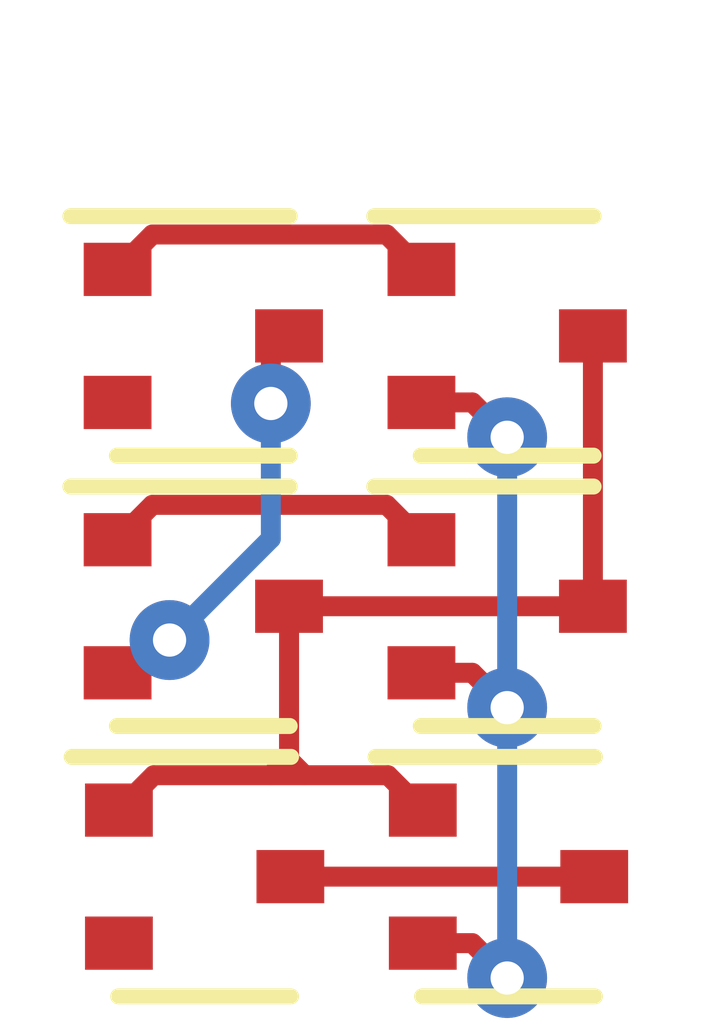
<source format=kicad_pcb>
(kicad_pcb (version 20211014) (generator pcbnew)
  (layers (0 "F.Cu" signal) (31 "B.Cu" signal) (34 "B.Paste" user) (35 "F.Paste" user) (36 "B.SilkS" user "B.Silkscreen") (37 "F.SilkS" user "F.Silkscreen") (38 "B.Mask" user) (39 "F.Mask" user) (44 "Edge.Cuts" user))
  (net 0 "")
  (net 1 "A")
  (net 2 "OUT")
  (net 3 "VCC")
  (net 4 "B")
  (net 5 "GND")
  (net 6 "inter")
  (net 7 "Net-(N1-Pad2)")
  (footprint "Package_TO_SOT_SMD:SOT-523" (layer "F.Cu") (at 96.276 82.804)
    (fp_text reference "P3" hide)
    (fp_text value "C5148641" hide)
    (fp_line (start -1 -0.9) (end 0.65 -0.9) (layer "F.SilkS") (width 0.12))
    (fp_line (start 0.65 0.9) (end -0.65 0.9) (layer "F.SilkS") (width 0.12))
    (pad "1" smd rect (at -0.645 -0.5 180) (size 0.51 0.4) (layers "F.Cu" "F.Paste" "F.Mask") (net 6 "inter"))
    (pad "2" smd rect (at -0.645 0.5 180) (size 0.51 0.4) (layers "F.Cu" "F.Paste" "F.Mask") (net 3 "VCC"))
    (pad "3" smd rect (at 0.645 0 180) (size 0.51 0.4) (layers "F.Cu" "F.Paste" "F.Mask") (net 2 "OUT"))
  )
  (footprint "Package_TO_SOT_SMD:SOT-523" (layer "F.Cu") (at 96.266 80.772)
    (fp_text reference "P1" hide)
    (fp_text value "C5148641" hide)
    (fp_line (start -1 -0.9) (end 0.65 -0.9) (layer "F.SilkS") (width 0.12))
    (fp_line (start 0.65 0.9) (end -0.65 0.9) (layer "F.SilkS") (width 0.12))
    (pad "1" smd rect (at -0.645 -0.5 180) (size 0.51 0.4) (layers "F.Cu" "F.Paste" "F.Mask") (net 1 "A"))
    (pad "2" smd rect (at -0.645 0.5 180) (size 0.51 0.4) (layers "F.Cu" "F.Paste" "F.Mask") (net 3 "VCC"))
    (pad "3" smd rect (at 0.645 0 180) (size 0.51 0.4) (layers "F.Cu" "F.Paste" "F.Mask") (net 6 "inter"))
  )
  (footprint "Package_TO_SOT_SMD:SOT-523" (layer "F.Cu") (at 96.266 78.74)
    (fp_text reference "P2" hide)
    (fp_text value "C5148641" hide)
    (fp_line (start -1 -0.9) (end 0.65 -0.9) (layer "F.SilkS") (width 0.12))
    (fp_line (start 0.65 0.9) (end -0.65 0.9) (layer "F.SilkS") (width 0.12))
    (pad "1" smd rect (at -0.645 -0.5 180) (size 0.51 0.4) (layers "F.Cu" "F.Paste" "F.Mask") (net 4 "B"))
    (pad "2" smd rect (at -0.645 0.5 180) (size 0.51 0.4) (layers "F.Cu" "F.Paste" "F.Mask") (net 3 "VCC"))
    (pad "3" smd rect (at 0.645 0 180) (size 0.51 0.4) (layers "F.Cu" "F.Paste" "F.Mask") (net 6 "inter"))
  )
  (footprint "Package_TO_SOT_SMD:SOT-523" (layer "F.Cu") (at 93.98 78.74)
    (fp_text reference "N2" hide)
    (fp_text value "C2879716" hide)
    (fp_line (start 0.65 0.9) (end -0.65 0.9) (layer "F.SilkS") (width 0.12))
    (fp_line (start -1 -0.9) (end 0.65 -0.9) (layer "F.SilkS") (width 0.12))
    (pad "1" smd rect (at -0.645 -0.5 180) (size 0.51 0.4) (layers "F.Cu" "F.Paste" "F.Mask") (net 4 "B"))
    (pad "2" smd rect (at -0.645 0.5 180) (size 0.51 0.4) (layers "F.Cu" "F.Paste" "F.Mask") (net 5 "GND"))
    (pad "3" smd rect (at 0.645 0 180) (size 0.51 0.4) (layers "F.Cu" "F.Paste" "F.Mask") (net 7 "Net-(N1-Pad2)"))
  )
  (footprint "Package_TO_SOT_SMD:SOT-523" (layer "F.Cu") (at 93.98 80.772)
    (fp_text reference "N1" hide)
    (fp_text value "C2879716" hide)
    (fp_line (start 0.65 0.9) (end -0.65 0.9) (layer "F.SilkS") (width 0.12))
    (fp_line (start -1 -0.9) (end 0.65 -0.9) (layer "F.SilkS") (width 0.12))
    (pad "1" smd rect (at -0.645 -0.5 180) (size 0.51 0.4) (layers "F.Cu" "F.Paste" "F.Mask") (net 1 "A"))
    (pad "2" smd rect (at -0.645 0.5 180) (size 0.51 0.4) (layers "F.Cu" "F.Paste" "F.Mask") (net 7 "Net-(N1-Pad2)"))
    (pad "3" smd rect (at 0.645 0 180) (size 0.51 0.4) (layers "F.Cu" "F.Paste" "F.Mask") (net 6 "inter"))
  )
  (footprint "Package_TO_SOT_SMD:SOT-523" (layer "F.Cu") (at 93.99 82.804)
    (fp_text reference "N3" hide)
    (fp_text value "C2879716" hide)
    (fp_line (start -1 -0.9) (end 0.65 -0.9) (layer "F.SilkS") (width 0.12))
    (fp_line (start 0.65 0.9) (end -0.65 0.9) (layer "F.SilkS") (width 0.12))
    (pad "1" smd rect (at -0.645 -0.5 180) (size 0.51 0.4) (layers "F.Cu" "F.Paste" "F.Mask") (net 6 "inter"))
    (pad "2" smd rect (at -0.645 0.5 180) (size 0.51 0.4) (layers "F.Cu" "F.Paste" "F.Mask") (net 5 "GND"))
    (pad "3" smd rect (at 0.645 0 180) (size 0.51 0.4) (layers "F.Cu" "F.Paste" "F.Mask") (net 2 "OUT"))
  )
  (segment (start 95.359 80.01) (end 93.597 80.01) (width 0.15) (layer "F.Cu") (net 1))
  (segment (start 93.597 80.01) (end 93.335 80.272) (width 0.15) (layer "F.Cu") (net 1))
  (segment (start 95.621 80.272) (end 95.359 80.01) (width 0.15) (layer "F.Cu") (net 1))
  (segment (start 94.635 82.804) (end 96.921 82.804) (width 0.15) (layer "F.Cu") (net 2))
  (segment (start 95.621 81.272) (end 96.004 81.272) (width 0.15) (layer "F.Cu") (net 3))
  (segment (start 96.004 79.24) (end 96.266 79.502) (width 0.15) (layer "F.Cu") (net 3))
  (segment (start 96.004 81.272) (end 96.266 81.534) (width 0.15) (layer "F.Cu") (net 3))
  (segment (start 95.621 79.24) (end 96.004 79.24) (width 0.15) (layer "F.Cu") (net 3))
  (segment (start 96.004 83.304) (end 96.266 83.566) (width 0.15) (layer "F.Cu") (net 3))
  (segment (start 95.631 83.304) (end 96.004 83.304) (width 0.15) (layer "F.Cu") (net 3))
  (via (at 96.266 81.534) (size 0.6) (drill 0.25) (layers "F.Cu" "B.Cu") (net 3))
  (via (at 96.266 79.502) (size 0.6) (drill 0.25) (layers "F.Cu" "B.Cu") (net 3))
  (via (at 96.266 83.566) (size 0.6) (drill 0.25) (layers "F.Cu" "B.Cu") (net 3))
  (segment (start 96.266 81.534) (end 96.266 83.566) (width 0.15) (layer "B.Cu") (net 3))
  (segment (start 96.266 79.502) (end 96.266 81.534) (width 0.15) (layer "B.Cu") (net 3))
  (segment (start 95.621 78.24) (end 95.359 77.978) (width 0.15) (layer "F.Cu") (net 4))
  (segment (start 93.597 77.978) (end 93.335 78.24) (width 0.15) (layer "F.Cu") (net 4))
  (segment (start 95.359 77.978) (end 93.597 77.978) (width 0.15) (layer "F.Cu") (net 4))
  (segment (start 94.625 80.772) (end 94.625 81.925) (width 0.15) (layer "F.Cu") (net 6))
  (segment (start 94.488 82.042) (end 94.742 82.042) (width 0.15) (layer "F.Cu") (net 6))
  (segment (start 94.625 80.772) (end 96.911 80.772) (width 0.15) (layer "F.Cu") (net 6))
  (segment (start 94.625 81.925) (end 94.742 82.042) (width 0.15) (layer "F.Cu") (net 6))
  (segment (start 94.625 80.772) (end 94.625 81.905) (width 0.15) (layer "F.Cu") (net 6))
  (segment (start 94.625 81.905) (end 94.488 82.042) (width 0.15) (layer "F.Cu") (net 6))
  (segment (start 96.911 78.74) (end 96.911 80.772) (width 0.15) (layer "F.Cu") (net 6))
  (segment (start 93.607 82.042) (end 94.488 82.042) (width 0.15) (layer "F.Cu") (net 6))
  (segment (start 93.345 82.304) (end 93.607 82.042) (width 0.15) (layer "F.Cu") (net 6))
  (segment (start 95.369 82.042) (end 95.631 82.304) (width 0.15) (layer "F.Cu") (net 6))
  (segment (start 94.742 82.042) (end 95.369 82.042) (width 0.15) (layer "F.Cu") (net 6))
  (segment (start 93.335 81.272) (end 93.48 81.272) (width 0.15) (layer "F.Cu") (net 7))
  (segment (start 94.488 79.248) (end 94.488 78.877) (width 0.15) (layer "F.Cu") (net 7))
  (segment (start 93.48 81.272) (end 93.726 81.026) (width 0.15) (layer "F.Cu") (net 7))
  (segment (start 94.488 78.877) (end 94.625 78.74) (width 0.15) (layer "F.Cu") (net 7))
  (via (at 93.726 81.026) (size 0.6) (drill 0.25) (layers "F.Cu" "B.Cu") (net 7))
  (via (at 94.488 79.248) (size 0.6) (drill 0.25) (layers "F.Cu" "B.Cu") (net 7))
  (segment (start 94.488 80.264) (end 94.488 79.248) (width 0.15) (layer "B.Cu") (net 7))
  (segment (start 93.726 81.026) (end 94.488 80.264) (width 0.15) (layer "B.Cu") (net 7))
)
</source>
